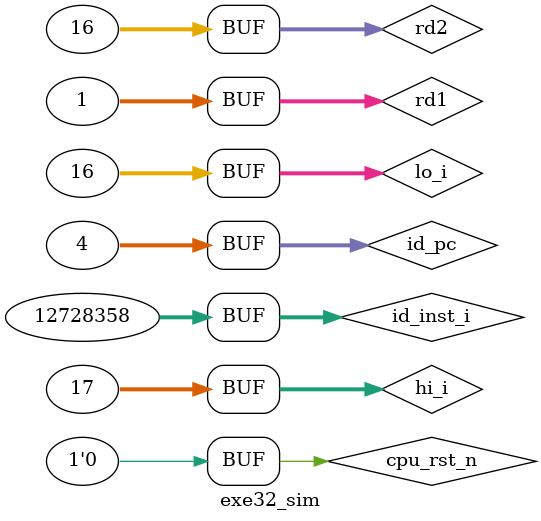
<source format=v>
`timescale 1ns / 1ps


module exe32_sim();
    // input
    reg 	cpu_rst_n = 1'b1;
    reg   [31:0]  id_inst_i;
    reg [31:0]  id_pc = 8'h00000004; // À´×ÔÈ¡Ö¸µ¥ÔªµÄpc
    reg [31:0      ]    rd1 = 8'h00000001;
    reg [31:0      ]    rd2 = 8'h00000010;
        // ´ÓÒëÂë½×¶Î»ñµÃµÄÐÅÏ¢
        
     // ËÍÖÁ¶ÁÍ¨ÓÃ¼Ä´æÆ÷¶Ñ¶Ë¿ÚµÄÊ¹ÄÜºÍµØÖ·
    wire                     rreg1;
    wire [4:0 ]    ra1;
    wire                     rreg2;
    wire [4:0 ]    ra2;
    // ÐèÒª°Ñ¶ÁÈ¡µ½µÄÖ¸Áî´«¸øÖ´ÐÐ½×¶ÎÓÃÓÚÌø×ªÖ¸ÁîµÄµØÖ·¼ÆËã
    // pcÀ´Ô´¿ØÖÆÐÅºÅ
    // 00: pc=pc+4  ; 01:pc=pc+4+(sign-extend)immediate; 10:pc=(rs) ; 11:pc={pc[31:28],addr[27:2],0,0}
    wire [1:0] PCSrc;
    // ´ÓÒëÂë½×¶Î»ñµÃµÄÐÅÏ¢
    wire [2:0    ]     exe_alutype_i;
    wire [7:0       ]     exe_aluop_i;
    wire [31:0         ]     exe_src1_i; //²Ù×÷Êý1 32Î»
    wire [31:0         ]     exe_src2_i;  //²Ù×÷Êý2 32Î»
    wire [4:0  ]     exe_wa_i; //Ö¸ÁîÄ¿µÄ¼Ä´æÆ÷µØÖ·
    wire                     exe_wreg_i; //Ä¿µÄ¼Ä´æÆ÷Ð´Ê¹ÄÜÓÐÐ§
    wire                     exe_mreg_i;  //´æ´¢Æ÷µ½¼Ä´æÆ÷ÓÐÐ§
    wire [31:0         ]     exe_din_i; // ´¦ÓÚÖ´ÐÐ½×¶Î´ýÐ´ÈëÊý¾Ý´æ´¢Æ÷µÄÊý¾Ý
    wire                     exe_whilo_i; //´¦ÓÚÖ´ÐÐ½×¶Îhilo¼Ä´æÆ÷Ð´Ê¹ÄÜ
    wire [31:0]    exe_pc_o;
    wire [15:0 ]  exe_imm;
    wire [25:0]   exe_add;
      // ´ÓHILO¼Ä´æÆ÷»ñµÃµÄÊý¾Ý 
    reg [31:0         ]     hi_i  = 8'h00000011; //À´×ÔhiµÄÊäÈë
    reg [31:0         ]     lo_i  = 8'h00000010; //À´×ÔloµÄÊäÈë
    
        // ËÍÖÁÖ´ÐÐ½×¶ÎµÄÐÅÏ¢
    wire [7:0       ]     exe_aluop_o;
    wire [4:0     ]     exe_wa_o;
    wire                     exe_wreg_o;
    wire [31:0       ]     exe_wd_o;
    wire                     exe_mreg_o;
    wire [31:0        ]     exe_din_o;
    wire                     exe_whilo_o;
    wire [63: 0]     exe_hilo_o;
    wire [31:0]    exe_pc_next;


    initial begin
        #50   cpu_rst_n = 1'b0;
        
        #200   id_inst_i = 32'h2001000A;
        #200   id_inst_i = 32'h20020003;
        #200   id_inst_i = 32'h3403000D;
        #200   id_inst_i = 32'h00222020;
        #200   id_inst_i = 32'h10640002;
        #200   id_inst_i = 32'h00221824;
        #200   id_inst_i = 32'h00223025;
        #200   id_inst_i = 32'h00223022;
        #200   id_inst_i = 32'h14640001;
        #200   id_inst_i = 32'hAD02000A;
        #200   id_inst_i = 32'h8D04000A;
        #200   id_inst_i = 32'h10440001;
        #200   id_inst_i = 32'h00233024;
        #200   id_inst_i = 32'h00C23826;
    end     
    ID ID0(.cpu_rst_n(cpu_rst_n), .id_pc_i(id_pc), 
                .id_inst_i(id_inst_i),
                .rd1(rd1), .rd2(rd2),
                .rreg1(rreg1), .rreg2(rreg2),       
                .ra1(ra1), .ra2(ra2), 
                .id_aluop_o(exe_aluop_i), .id_alutype_o(exe_alutype_i),
                .id_src1_o(exe_src1_i), .id_src2_o(exe_src2_i),
                .id_wa_o(exe_wa_i), .id_wreg_o(exe_wreg_i),
                .id_whilo_o(exe_whilo_i), .id_pc_o(exe_pc_o),
                .id_mreg_o(exe_mreg_i), .id_din_o(exe_din_i), 
                .id_imm(exe_imm), .id_add(exe_add),
                .PCSrc(PCSrc)
            ); 
    //  Ö´ÐÐ½×¶Î   
    exe_stage exe_stage0(.cpu_rst_n(cpu_rst_n),
               .exe_alutype_i(exe_alutype_i), .exe_aluop_i(exe_aluop_i),
               .exe_src1_i(exe_src1_i), .exe_src2_i(exe_src2_i),
               .exe_wa_i(exe_wa_i), .exe_wreg_i(exe_wreg_i),
               .exe_mreg_i(exe_mreg_i), .exe_din_i(exe_din_i),
               .hi_i(hi_i), .lo_i(lo_i), .exe_whilo_i(exe_whilo_i),
               .exe_PCSrc(PCSrc), .exe_pc_o(exe_pc_o), .exe_imm(exe_imm), .exe_add(exe_add),
               .exe_aluop_o(exe_aluop_o),
               .exe_wa_o(exe_wa_o), .exe_wreg_o(exe_wreg_o), .exe_wd_o(exe_wd_o),
               .exe_mreg_o(exe_mreg_o), .exe_din_o(exe_din_o),
               .exe_whilo_o(exe_whilo_o), .exe_hilo_o(exe_hilo_o), .exe_pc_next(exe_pc_next)
           );
endmodule

</source>
